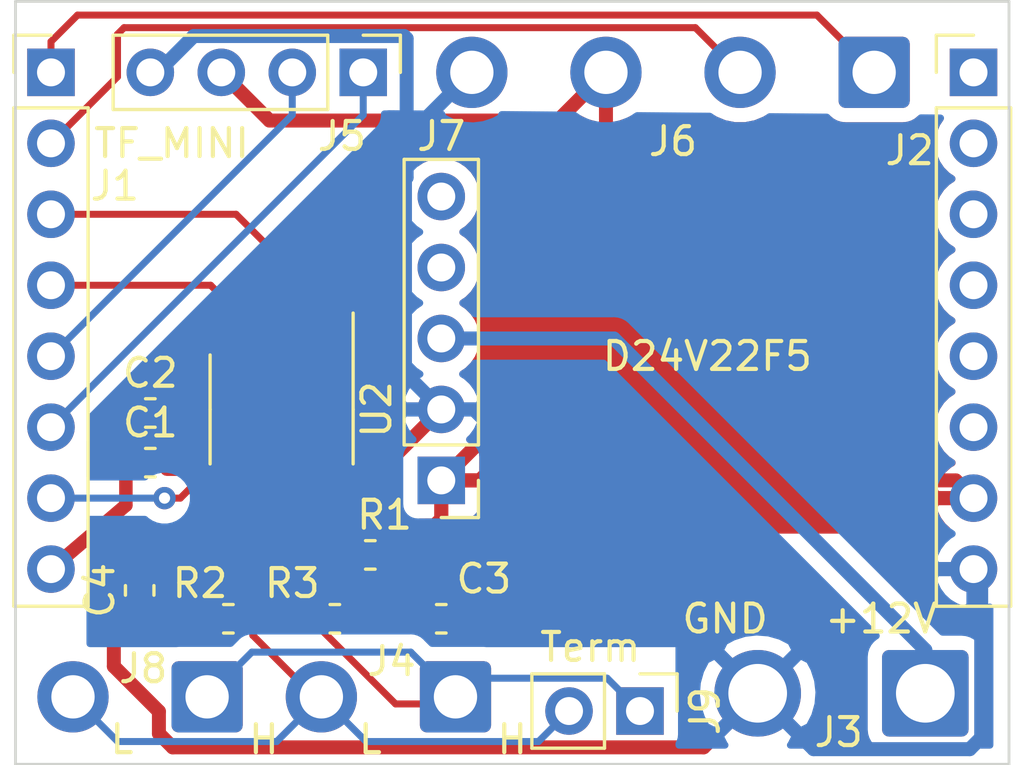
<source format=kicad_pcb>
(kicad_pcb (version 20171130) (host pcbnew "(5.1.6-0-10_14)")

  (general
    (thickness 1.6)
    (drawings 11)
    (tracks 112)
    (zones 0)
    (modules 17)
    (nets 25)
  )

  (page A4)
  (layers
    (0 F.Cu mixed)
    (31 B.Cu mixed)
    (32 B.Adhes user hide)
    (33 F.Adhes user hide)
    (34 B.Paste user)
    (35 F.Paste user)
    (36 B.SilkS user hide)
    (37 F.SilkS user)
    (38 B.Mask user)
    (39 F.Mask user)
    (40 Dwgs.User user)
    (41 Cmts.User user)
    (42 Eco1.User user hide)
    (43 Eco2.User user hide)
    (44 Edge.Cuts user)
    (45 Margin user)
    (46 B.CrtYd user)
    (47 F.CrtYd user)
    (48 B.Fab user)
    (49 F.Fab user hide)
  )

  (setup
    (last_trace_width 0.25)
    (trace_clearance 0.2)
    (zone_clearance 0.508)
    (zone_45_only no)
    (trace_min 0.2)
    (via_size 0.8)
    (via_drill 0.4)
    (via_min_size 0.4)
    (via_min_drill 0.3)
    (uvia_size 0.3)
    (uvia_drill 0.1)
    (uvias_allowed no)
    (uvia_min_size 0.2)
    (uvia_min_drill 0.1)
    (edge_width 0.05)
    (segment_width 0.2)
    (pcb_text_width 0.3)
    (pcb_text_size 1.5 1.5)
    (mod_edge_width 0.12)
    (mod_text_size 1 1)
    (mod_text_width 0.15)
    (pad_size 1.524 1.524)
    (pad_drill 0.762)
    (pad_to_mask_clearance 0.05)
    (aux_axis_origin 0 0)
    (visible_elements FFFFFF7F)
    (pcbplotparams
      (layerselection 0x011e8_ffffffff)
      (usegerberextensions false)
      (usegerberattributes true)
      (usegerberadvancedattributes true)
      (creategerberjobfile true)
      (excludeedgelayer true)
      (linewidth 0.100000)
      (plotframeref false)
      (viasonmask false)
      (mode 1)
      (useauxorigin false)
      (hpglpennumber 1)
      (hpglpenspeed 20)
      (hpglpendiameter 15.000000)
      (psnegative false)
      (psa4output false)
      (plotreference true)
      (plotvalue true)
      (plotinvisibletext false)
      (padsonsilk false)
      (subtractmaskfromsilk false)
      (outputformat 1)
      (mirror false)
      (drillshape 0)
      (scaleselection 1)
      (outputdirectory "/Users/todd/Documents/KiCAD/Projects/OpenMVExpansion/OpenMVExpansionBuild_REV_B/"))
  )

  (net 0 "")
  (net 1 "Net-(J1-Pad7)")
  (net 2 GND)
  (net 3 +5V)
  (net 4 "Net-(J2-Pad6)")
  (net 5 "Net-(J2-Pad5)")
  (net 6 "Net-(J2-Pad4)")
  (net 7 "Net-(J2-Pad3)")
  (net 8 "Net-(J2-Pad2)")
  (net 9 "Net-(J2-Pad1)")
  (net 10 "Net-(J4-Pad1)")
  (net 11 "Net-(J4-Pad2)")
  (net 12 "Net-(U2-Pad5)")
  (net 13 /VIN)
  (net 14 "Net-(J7-Pad4)")
  (net 15 "Net-(J7-Pad5)")
  (net 16 "Net-(C3-Pad1)")
  (net 17 "Net-(C4-Pad1)")
  (net 18 +3V3)
  (net 19 /UART_1_RX)
  (net 20 /UART_1_TX)
  (net 21 /CAN_TX)
  (net 22 /CAN_RX)
  (net 23 /UART_3_TX)
  (net 24 /UART_3_RX)

  (net_class Default "This is the default net class."
    (clearance 0.2)
    (trace_width 0.25)
    (via_dia 0.8)
    (via_drill 0.4)
    (uvia_dia 0.3)
    (uvia_drill 0.1)
    (add_net +3V3)
    (add_net /CAN_RX)
    (add_net /CAN_TX)
    (add_net /UART_1_RX)
    (add_net /UART_1_TX)
    (add_net /UART_3_RX)
    (add_net /UART_3_TX)
    (add_net "Net-(C3-Pad1)")
    (add_net "Net-(C4-Pad1)")
    (add_net "Net-(J1-Pad7)")
    (add_net "Net-(J2-Pad1)")
    (add_net "Net-(J2-Pad2)")
    (add_net "Net-(J2-Pad3)")
    (add_net "Net-(J2-Pad4)")
    (add_net "Net-(J2-Pad5)")
    (add_net "Net-(J2-Pad6)")
    (add_net "Net-(J4-Pad1)")
    (add_net "Net-(J4-Pad2)")
    (add_net "Net-(J7-Pad4)")
    (add_net "Net-(J7-Pad5)")
    (add_net "Net-(U2-Pad5)")
  )

  (net_class Power ""
    (clearance 0.2)
    (trace_width 0.499999)
    (via_dia 1.000001)
    (via_drill 0.4)
    (uvia_dia 0.3)
    (uvia_drill 0.1)
    (add_net +5V)
    (add_net /VIN)
    (add_net GND)
  )

  (module Connector_Wire:SolderWire-0.75sqmm_1x04_P4.8mm_D1.25mm_OD2.3mm (layer F.Cu) (tedit 5EB70B43) (tstamp 6005B46E)
    (at 156.464 27.94 180)
    (descr "Soldered wire connection, for 4 times 0.75 mm² wires, basic insulation, conductor diameter 1.25mm, outer diameter 2.3mm, size source Multi-Contact FLEXI-E 0.75 (https://ec.staubli.com/AcroFiles/Catalogues/TM_Cab-Main-11014119_(en)_hi.pdf), bend radius 3 times outer diameter, generated with kicad-footprint-generator")
    (tags "connector wire 0.75sqmm")
    (path /5FEC176F)
    (attr virtual)
    (fp_text reference J6 (at 7.2 -2.47) (layer F.SilkS)
      (effects (font (size 1 1) (thickness 0.15)))
    )
    (fp_text value PIXIE_LED (at 7.2 2.47) (layer F.Fab)
      (effects (font (size 1 1) (thickness 0.15)))
    )
    (fp_line (start 16.3 -1.78) (end 12.5 -1.78) (layer F.CrtYd) (width 0.05))
    (fp_line (start 16.3 1.78) (end 16.3 -1.78) (layer F.CrtYd) (width 0.05))
    (fp_line (start 12.5 1.78) (end 16.3 1.78) (layer F.CrtYd) (width 0.05))
    (fp_line (start 12.5 -1.78) (end 12.5 1.78) (layer F.CrtYd) (width 0.05))
    (fp_line (start 11.5 -1.78) (end 7.7 -1.78) (layer F.CrtYd) (width 0.05))
    (fp_line (start 11.5 1.78) (end 11.5 -1.78) (layer F.CrtYd) (width 0.05))
    (fp_line (start 7.7 1.78) (end 11.5 1.78) (layer F.CrtYd) (width 0.05))
    (fp_line (start 7.7 -1.78) (end 7.7 1.78) (layer F.CrtYd) (width 0.05))
    (fp_line (start 6.7 -1.78) (end 2.9 -1.78) (layer F.CrtYd) (width 0.05))
    (fp_line (start 6.7 1.78) (end 6.7 -1.78) (layer F.CrtYd) (width 0.05))
    (fp_line (start 2.9 1.78) (end 6.7 1.78) (layer F.CrtYd) (width 0.05))
    (fp_line (start 2.9 -1.78) (end 2.9 1.78) (layer F.CrtYd) (width 0.05))
    (fp_line (start 1.9 -1.78) (end -1.9 -1.78) (layer F.CrtYd) (width 0.05))
    (fp_line (start 1.9 1.78) (end 1.9 -1.78) (layer F.CrtYd) (width 0.05))
    (fp_line (start -1.9 1.78) (end 1.9 1.78) (layer F.CrtYd) (width 0.05))
    (fp_line (start -1.9 -1.78) (end -1.9 1.78) (layer F.CrtYd) (width 0.05))
    (fp_circle (center 14.4 0) (end 15.55 0) (layer F.Fab) (width 0.1))
    (fp_circle (center 9.6 0) (end 10.75 0) (layer F.Fab) (width 0.1))
    (fp_circle (center 4.8 0) (end 5.95 0) (layer F.Fab) (width 0.1))
    (fp_circle (center 0 0) (end 1.15 0) (layer F.Fab) (width 0.1))
    (fp_text user %R (at 7.2 0 90) (layer F.Fab)
      (effects (font (size 0.89 0.89) (thickness 0.13)))
    )
    (pad 4 thru_hole circle (at 14.4 0 180) (size 2.55 2.55) (drill 1.55) (layers *.Cu *.Mask)
      (net 2 GND))
    (pad 3 thru_hole circle (at 9.6 0 180) (size 2.55 2.55) (drill 1.55) (layers *.Cu *.Mask)
      (net 3 +5V))
    (pad 2 thru_hole circle (at 4.8 0 180) (size 2.55 2.55) (drill 1.55) (layers *.Cu *.Mask)
      (net 20 /UART_1_TX))
    (pad 1 thru_hole roundrect (at 0 0 180) (size 2.55 2.55) (drill 1.55) (layers *.Cu *.Mask) (roundrect_rratio 0.098039)
      (net 19 /UART_1_RX))
    (model ${KISYS3DMOD}/Connector_Wire.3dshapes/SolderWire-0.75sqmm_1x04_P4.8mm_D1.25mm_OD2.3mm.wrl
      (at (xyz 0 0 0))
      (scale (xyz 1 1 1))
      (rotate (xyz 0 0 0))
    )
  )

  (module Capacitor_SMD:C_0603_1608Metric_Pad1.05x0.95mm_HandSolder (layer F.Cu) (tedit 5B301BBE) (tstamp 5FFDD66B)
    (at 130.556 41.91)
    (descr "Capacitor SMD 0603 (1608 Metric), square (rectangular) end terminal, IPC_7351 nominal with elongated pad for handsoldering. (Body size source: http://www.tortai-tech.com/upload/download/2011102023233369053.pdf), generated with kicad-footprint-generator")
    (tags "capacitor handsolder")
    (path /5FFDBD26)
    (attr smd)
    (fp_text reference C1 (at 0 -1.43) (layer F.SilkS)
      (effects (font (size 1 1) (thickness 0.15)))
    )
    (fp_text value 0.1uf (at 0 1.43) (layer F.Fab)
      (effects (font (size 1 1) (thickness 0.15)))
    )
    (fp_line (start -0.8 0.4) (end -0.8 -0.4) (layer F.Fab) (width 0.1))
    (fp_line (start -0.8 -0.4) (end 0.8 -0.4) (layer F.Fab) (width 0.1))
    (fp_line (start 0.8 -0.4) (end 0.8 0.4) (layer F.Fab) (width 0.1))
    (fp_line (start 0.8 0.4) (end -0.8 0.4) (layer F.Fab) (width 0.1))
    (fp_line (start -0.171267 -0.51) (end 0.171267 -0.51) (layer F.SilkS) (width 0.12))
    (fp_line (start -0.171267 0.51) (end 0.171267 0.51) (layer F.SilkS) (width 0.12))
    (fp_line (start -1.65 0.73) (end -1.65 -0.73) (layer F.CrtYd) (width 0.05))
    (fp_line (start -1.65 -0.73) (end 1.65 -0.73) (layer F.CrtYd) (width 0.05))
    (fp_line (start 1.65 -0.73) (end 1.65 0.73) (layer F.CrtYd) (width 0.05))
    (fp_line (start 1.65 0.73) (end -1.65 0.73) (layer F.CrtYd) (width 0.05))
    (fp_text user %R (at 0 0) (layer F.Fab)
      (effects (font (size 0.4 0.4) (thickness 0.06)))
    )
    (pad 2 smd roundrect (at 0.875 0) (size 1.05 0.95) (layers F.Cu F.Paste F.Mask) (roundrect_rratio 0.25)
      (net 2 GND))
    (pad 1 smd roundrect (at -0.875 0) (size 1.05 0.95) (layers F.Cu F.Paste F.Mask) (roundrect_rratio 0.25)
      (net 18 +3V3))
    (model ${KISYS3DMOD}/Capacitor_SMD.3dshapes/C_0603_1608Metric.wrl
      (at (xyz 0 0 0))
      (scale (xyz 1 1 1))
      (rotate (xyz 0 0 0))
    )
  )

  (module Connector_Wire:SolderWire-0.75sqmm_1x02_P4.8mm_D1.25mm_OD2.3mm (layer F.Cu) (tedit 5EB70B43) (tstamp 5FEF7F7A)
    (at 132.588 50.292 180)
    (descr "Soldered wire connection, for 2 times 0.75 mm² wires, basic insulation, conductor diameter 1.25mm, outer diameter 2.3mm, size source Multi-Contact FLEXI-E 0.75 (https://ec.staubli.com/AcroFiles/Catalogues/TM_Cab-Main-11014119_(en)_hi.pdf), bend radius 3 times outer diameter, generated with kicad-footprint-generator")
    (tags "connector wire 0.75sqmm")
    (path /5FF0E354)
    (attr virtual)
    (fp_text reference J8 (at 2.286 1.016) (layer F.SilkS)
      (effects (font (size 1 1) (thickness 0.15)))
    )
    (fp_text value CAN2 (at 2.4 2.47) (layer F.Fab)
      (effects (font (size 1 1) (thickness 0.15)))
    )
    (fp_circle (center 0 0) (end 1.15 0) (layer F.Fab) (width 0.1))
    (fp_circle (center 4.8 0) (end 5.95 0) (layer F.Fab) (width 0.1))
    (fp_line (start -1.9 -1.78) (end -1.9 1.78) (layer F.CrtYd) (width 0.05))
    (fp_line (start -1.9 1.78) (end 1.9 1.78) (layer F.CrtYd) (width 0.05))
    (fp_line (start 1.9 1.78) (end 1.9 -1.78) (layer F.CrtYd) (width 0.05))
    (fp_line (start 1.9 -1.78) (end -1.9 -1.78) (layer F.CrtYd) (width 0.05))
    (fp_line (start 2.9 -1.78) (end 2.9 1.78) (layer F.CrtYd) (width 0.05))
    (fp_line (start 2.9 1.78) (end 6.7 1.78) (layer F.CrtYd) (width 0.05))
    (fp_line (start 6.7 1.78) (end 6.7 -1.78) (layer F.CrtYd) (width 0.05))
    (fp_line (start 6.7 -1.78) (end 2.9 -1.78) (layer F.CrtYd) (width 0.05))
    (fp_text user %R (at 2.4 0 90) (layer F.Fab)
      (effects (font (size 0.89 0.89) (thickness 0.13)))
    )
    (pad 2 thru_hole circle (at 4.8 0 180) (size 2.55 2.55) (drill 1.55) (layers *.Cu *.Mask)
      (net 11 "Net-(J4-Pad2)"))
    (pad 1 thru_hole roundrect (at 0 0 180) (size 2.55 2.55) (drill 1.55) (layers *.Cu *.Mask) (roundrect_rratio 0.098039)
      (net 10 "Net-(J4-Pad1)"))
    (model ${KISYS3DMOD}/Connector_Wire.3dshapes/SolderWire-0.75sqmm_1x02_P4.8mm_D1.25mm_OD2.3mm.wrl
      (at (xyz 0 0 0))
      (scale (xyz 1 1 1))
      (rotate (xyz 0 0 0))
    )
  )

  (module Connector_Wire:SolderWire-0.75sqmm_1x02_P4.8mm_D1.25mm_OD2.3mm (layer F.Cu) (tedit 5EB70B43) (tstamp 6005B0C4)
    (at 141.478 50.292 180)
    (descr "Soldered wire connection, for 2 times 0.75 mm² wires, basic insulation, conductor diameter 1.25mm, outer diameter 2.3mm, size source Multi-Contact FLEXI-E 0.75 (https://ec.staubli.com/AcroFiles/Catalogues/TM_Cab-Main-11014119_(en)_hi.pdf), bend radius 3 times outer diameter, generated with kicad-footprint-generator")
    (tags "connector wire 0.75sqmm")
    (path /5FEBFE14)
    (attr virtual)
    (fp_text reference J4 (at 2.286 1.27) (layer F.SilkS)
      (effects (font (size 1 1) (thickness 0.15)))
    )
    (fp_text value CAN (at 2.4 2.47) (layer F.Fab)
      (effects (font (size 1 1) (thickness 0.15)))
    )
    (fp_circle (center 0 0) (end 1.15 0) (layer F.Fab) (width 0.1))
    (fp_circle (center 4.8 0) (end 5.95 0) (layer F.Fab) (width 0.1))
    (fp_line (start -1.9 -1.78) (end -1.9 1.78) (layer F.CrtYd) (width 0.05))
    (fp_line (start -1.9 1.78) (end 1.9 1.78) (layer F.CrtYd) (width 0.05))
    (fp_line (start 1.9 1.78) (end 1.9 -1.78) (layer F.CrtYd) (width 0.05))
    (fp_line (start 1.9 -1.78) (end -1.9 -1.78) (layer F.CrtYd) (width 0.05))
    (fp_line (start 2.9 -1.78) (end 2.9 1.78) (layer F.CrtYd) (width 0.05))
    (fp_line (start 2.9 1.78) (end 6.7 1.78) (layer F.CrtYd) (width 0.05))
    (fp_line (start 6.7 1.78) (end 6.7 -1.78) (layer F.CrtYd) (width 0.05))
    (fp_line (start 6.7 -1.78) (end 2.9 -1.78) (layer F.CrtYd) (width 0.05))
    (fp_text user %R (at 2.4 0 90) (layer F.Fab)
      (effects (font (size 0.89 0.89) (thickness 0.13)))
    )
    (pad 2 thru_hole circle (at 4.8 0 180) (size 2.55 2.55) (drill 1.55) (layers *.Cu *.Mask)
      (net 11 "Net-(J4-Pad2)"))
    (pad 1 thru_hole roundrect (at 0 0 180) (size 2.55 2.55) (drill 1.55) (layers *.Cu *.Mask) (roundrect_rratio 0.098039)
      (net 10 "Net-(J4-Pad1)"))
    (model ${KISYS3DMOD}/Connector_Wire.3dshapes/SolderWire-0.75sqmm_1x02_P4.8mm_D1.25mm_OD2.3mm.wrl
      (at (xyz 0 0 0))
      (scale (xyz 1 1 1))
      (rotate (xyz 0 0 0))
    )
  )

  (module Resistor_SMD:R_0603_1608Metric_Pad1.05x0.95mm_HandSolder (layer F.Cu) (tedit 5B301BBD) (tstamp 5FFDD375)
    (at 137.16 47.498)
    (descr "Resistor SMD 0603 (1608 Metric), square (rectangular) end terminal, IPC_7351 nominal with elongated pad for handsoldering. (Body size source: http://www.tortai-tech.com/upload/download/2011102023233369053.pdf), generated with kicad-footprint-generator")
    (tags "resistor handsolder")
    (path /5FFE57D8)
    (attr smd)
    (fp_text reference R3 (at -1.524 -1.27) (layer F.SilkS)
      (effects (font (size 1 1) (thickness 0.15)))
    )
    (fp_text value 100 (at 0 1.43) (layer F.Fab)
      (effects (font (size 1 1) (thickness 0.15)))
    )
    (fp_line (start -0.8 0.4) (end -0.8 -0.4) (layer F.Fab) (width 0.1))
    (fp_line (start -0.8 -0.4) (end 0.8 -0.4) (layer F.Fab) (width 0.1))
    (fp_line (start 0.8 -0.4) (end 0.8 0.4) (layer F.Fab) (width 0.1))
    (fp_line (start 0.8 0.4) (end -0.8 0.4) (layer F.Fab) (width 0.1))
    (fp_line (start -0.171267 -0.51) (end 0.171267 -0.51) (layer F.SilkS) (width 0.12))
    (fp_line (start -0.171267 0.51) (end 0.171267 0.51) (layer F.SilkS) (width 0.12))
    (fp_line (start -1.65 0.73) (end -1.65 -0.73) (layer F.CrtYd) (width 0.05))
    (fp_line (start -1.65 -0.73) (end 1.65 -0.73) (layer F.CrtYd) (width 0.05))
    (fp_line (start 1.65 -0.73) (end 1.65 0.73) (layer F.CrtYd) (width 0.05))
    (fp_line (start 1.65 0.73) (end -1.65 0.73) (layer F.CrtYd) (width 0.05))
    (fp_text user %R (at 0 0) (layer F.Fab)
      (effects (font (size 0.4 0.4) (thickness 0.06)))
    )
    (pad 2 smd roundrect (at 0.875 0) (size 1.05 0.95) (layers F.Cu F.Paste F.Mask) (roundrect_rratio 0.25)
      (net 16 "Net-(C3-Pad1)"))
    (pad 1 smd roundrect (at -0.875 0) (size 1.05 0.95) (layers F.Cu F.Paste F.Mask) (roundrect_rratio 0.25)
      (net 10 "Net-(J4-Pad1)"))
    (model ${KISYS3DMOD}/Resistor_SMD.3dshapes/R_0603_1608Metric.wrl
      (at (xyz 0 0 0))
      (scale (xyz 1 1 1))
      (rotate (xyz 0 0 0))
    )
  )

  (module Resistor_SMD:R_0603_1608Metric_Pad1.05x0.95mm_HandSolder (layer F.Cu) (tedit 5B301BBD) (tstamp 5FFDD364)
    (at 133.35 47.498 180)
    (descr "Resistor SMD 0603 (1608 Metric), square (rectangular) end terminal, IPC_7351 nominal with elongated pad for handsoldering. (Body size source: http://www.tortai-tech.com/upload/download/2011102023233369053.pdf), generated with kicad-footprint-generator")
    (tags "resistor handsolder")
    (path /5FFE4673)
    (attr smd)
    (fp_text reference R2 (at 1.016 1.27) (layer F.SilkS)
      (effects (font (size 1 1) (thickness 0.15)))
    )
    (fp_text value 100 (at 0 1.43) (layer F.Fab)
      (effects (font (size 1 1) (thickness 0.15)))
    )
    (fp_line (start -0.8 0.4) (end -0.8 -0.4) (layer F.Fab) (width 0.1))
    (fp_line (start -0.8 -0.4) (end 0.8 -0.4) (layer F.Fab) (width 0.1))
    (fp_line (start 0.8 -0.4) (end 0.8 0.4) (layer F.Fab) (width 0.1))
    (fp_line (start 0.8 0.4) (end -0.8 0.4) (layer F.Fab) (width 0.1))
    (fp_line (start -0.171267 -0.51) (end 0.171267 -0.51) (layer F.SilkS) (width 0.12))
    (fp_line (start -0.171267 0.51) (end 0.171267 0.51) (layer F.SilkS) (width 0.12))
    (fp_line (start -1.65 0.73) (end -1.65 -0.73) (layer F.CrtYd) (width 0.05))
    (fp_line (start -1.65 -0.73) (end 1.65 -0.73) (layer F.CrtYd) (width 0.05))
    (fp_line (start 1.65 -0.73) (end 1.65 0.73) (layer F.CrtYd) (width 0.05))
    (fp_line (start 1.65 0.73) (end -1.65 0.73) (layer F.CrtYd) (width 0.05))
    (fp_text user %R (at 0 0) (layer F.Fab)
      (effects (font (size 0.4 0.4) (thickness 0.06)))
    )
    (pad 2 smd roundrect (at 0.875 0 180) (size 1.05 0.95) (layers F.Cu F.Paste F.Mask) (roundrect_rratio 0.25)
      (net 17 "Net-(C4-Pad1)"))
    (pad 1 smd roundrect (at -0.875 0 180) (size 1.05 0.95) (layers F.Cu F.Paste F.Mask) (roundrect_rratio 0.25)
      (net 11 "Net-(J4-Pad2)"))
    (model ${KISYS3DMOD}/Resistor_SMD.3dshapes/R_0603_1608Metric.wrl
      (at (xyz 0 0 0))
      (scale (xyz 1 1 1))
      (rotate (xyz 0 0 0))
    )
  )

  (module Resistor_SMD:R_0603_1608Metric_Pad1.05x0.95mm_HandSolder (layer F.Cu) (tedit 5B301BBD) (tstamp 5FFFD2B9)
    (at 138.43 45.212)
    (descr "Resistor SMD 0603 (1608 Metric), square (rectangular) end terminal, IPC_7351 nominal with elongated pad for handsoldering. (Body size source: http://www.tortai-tech.com/upload/download/2011102023233369053.pdf), generated with kicad-footprint-generator")
    (tags "resistor handsolder")
    (path /5FFE4EA7)
    (attr smd)
    (fp_text reference R1 (at 0.508 -1.43) (layer F.SilkS)
      (effects (font (size 1 1) (thickness 0.15)))
    )
    (fp_text value 10K (at 0 1.43) (layer F.Fab)
      (effects (font (size 1 1) (thickness 0.15)))
    )
    (fp_line (start -0.8 0.4) (end -0.8 -0.4) (layer F.Fab) (width 0.1))
    (fp_line (start -0.8 -0.4) (end 0.8 -0.4) (layer F.Fab) (width 0.1))
    (fp_line (start 0.8 -0.4) (end 0.8 0.4) (layer F.Fab) (width 0.1))
    (fp_line (start 0.8 0.4) (end -0.8 0.4) (layer F.Fab) (width 0.1))
    (fp_line (start -0.171267 -0.51) (end 0.171267 -0.51) (layer F.SilkS) (width 0.12))
    (fp_line (start -0.171267 0.51) (end 0.171267 0.51) (layer F.SilkS) (width 0.12))
    (fp_line (start -1.65 0.73) (end -1.65 -0.73) (layer F.CrtYd) (width 0.05))
    (fp_line (start -1.65 -0.73) (end 1.65 -0.73) (layer F.CrtYd) (width 0.05))
    (fp_line (start 1.65 -0.73) (end 1.65 0.73) (layer F.CrtYd) (width 0.05))
    (fp_line (start 1.65 0.73) (end -1.65 0.73) (layer F.CrtYd) (width 0.05))
    (fp_text user %R (at 0 0) (layer F.Fab)
      (effects (font (size 0.4 0.4) (thickness 0.06)))
    )
    (pad 2 smd roundrect (at 0.875 0) (size 1.05 0.95) (layers F.Cu F.Paste F.Mask) (roundrect_rratio 0.25)
      (net 2 GND))
    (pad 1 smd roundrect (at -0.875 0) (size 1.05 0.95) (layers F.Cu F.Paste F.Mask) (roundrect_rratio 0.25)
      (net 1 "Net-(J1-Pad7)"))
    (model ${KISYS3DMOD}/Resistor_SMD.3dshapes/R_0603_1608Metric.wrl
      (at (xyz 0 0 0))
      (scale (xyz 1 1 1))
      (rotate (xyz 0 0 0))
    )
  )

  (module Connector_Wire:SolderWire-1.5sqmm_1x02_P6mm_D1.7mm_OD3mm (layer F.Cu) (tedit 5EB70B43) (tstamp 5FFDD6F9)
    (at 158.295 50.165 180)
    (descr "Soldered wire connection, for 2 times 1.5 mm² wires, basic insulation, conductor diameter 1.7mm, outer diameter 3mm, size source Multi-Contact FLEXI-E 1.5 (https://ec.staubli.com/AcroFiles/Catalogues/TM_Cab-Main-11014119_(en)_hi.pdf), bend radius 3 times outer diameter, generated with kicad-footprint-generator")
    (tags "connector wire 1.5sqmm")
    (path /5FFDF748)
    (attr virtual)
    (fp_text reference J3 (at 3.101 -1.397) (layer F.SilkS)
      (effects (font (size 1 1) (thickness 0.15)))
    )
    (fp_text value "Power In" (at 3 2.75) (layer F.Fab)
      (effects (font (size 1 1) (thickness 0.15)))
    )
    (fp_circle (center 0 0) (end 1.5 0) (layer F.Fab) (width 0.1))
    (fp_circle (center 6 0) (end 7.5 0) (layer F.Fab) (width 0.1))
    (fp_line (start -2.25 -2.05) (end -2.25 2.05) (layer F.CrtYd) (width 0.05))
    (fp_line (start -2.25 2.05) (end 2.25 2.05) (layer F.CrtYd) (width 0.05))
    (fp_line (start 2.25 2.05) (end 2.25 -2.05) (layer F.CrtYd) (width 0.05))
    (fp_line (start 2.25 -2.05) (end -2.25 -2.05) (layer F.CrtYd) (width 0.05))
    (fp_line (start 3.75 -2.05) (end 3.75 2.05) (layer F.CrtYd) (width 0.05))
    (fp_line (start 3.75 2.05) (end 8.25 2.05) (layer F.CrtYd) (width 0.05))
    (fp_line (start 8.25 2.05) (end 8.25 -2.05) (layer F.CrtYd) (width 0.05))
    (fp_line (start 8.25 -2.05) (end 3.75 -2.05) (layer F.CrtYd) (width 0.05))
    (fp_text user %R (at 3 0 90) (layer F.Fab)
      (effects (font (size 1 1) (thickness 0.15)))
    )
    (pad 2 thru_hole circle (at 6 0 180) (size 3.1 3.1) (drill 2.1) (layers *.Cu *.Mask)
      (net 2 GND))
    (pad 1 thru_hole roundrect (at 0 0 180) (size 3.1 3.1) (drill 2.1) (layers *.Cu *.Mask) (roundrect_rratio 0.08064499999999999)
      (net 13 /VIN))
    (model ${KISYS3DMOD}/Connector_Wire.3dshapes/SolderWire-1.5sqmm_1x02_P6mm_D1.7mm_OD3mm.wrl
      (at (xyz 0 0 0))
      (scale (xyz 1 1 1))
      (rotate (xyz 0 0 0))
    )
  )

  (module Capacitor_SMD:C_0603_1608Metric_Pad1.05x0.95mm_HandSolder (layer F.Cu) (tedit 5B301BBE) (tstamp 5FFFD7A9)
    (at 130.175 46.482 90)
    (descr "Capacitor SMD 0603 (1608 Metric), square (rectangular) end terminal, IPC_7351 nominal with elongated pad for handsoldering. (Body size source: http://www.tortai-tech.com/upload/download/2011102023233369053.pdf), generated with kicad-footprint-generator")
    (tags "capacitor handsolder")
    (path /5FFDE5B6)
    (attr smd)
    (fp_text reference C4 (at 0 -1.43 90) (layer F.SilkS)
      (effects (font (size 1 1) (thickness 0.15)))
    )
    (fp_text value 560pf (at 0 1.43 90) (layer F.Fab)
      (effects (font (size 1 1) (thickness 0.15)))
    )
    (fp_line (start -0.8 0.4) (end -0.8 -0.4) (layer F.Fab) (width 0.1))
    (fp_line (start -0.8 -0.4) (end 0.8 -0.4) (layer F.Fab) (width 0.1))
    (fp_line (start 0.8 -0.4) (end 0.8 0.4) (layer F.Fab) (width 0.1))
    (fp_line (start 0.8 0.4) (end -0.8 0.4) (layer F.Fab) (width 0.1))
    (fp_line (start -0.171267 -0.51) (end 0.171267 -0.51) (layer F.SilkS) (width 0.12))
    (fp_line (start -0.171267 0.51) (end 0.171267 0.51) (layer F.SilkS) (width 0.12))
    (fp_line (start -1.65 0.73) (end -1.65 -0.73) (layer F.CrtYd) (width 0.05))
    (fp_line (start -1.65 -0.73) (end 1.65 -0.73) (layer F.CrtYd) (width 0.05))
    (fp_line (start 1.65 -0.73) (end 1.65 0.73) (layer F.CrtYd) (width 0.05))
    (fp_line (start 1.65 0.73) (end -1.65 0.73) (layer F.CrtYd) (width 0.05))
    (fp_text user %R (at 0 0 90) (layer F.Fab)
      (effects (font (size 0.4 0.4) (thickness 0.06)))
    )
    (pad 2 smd roundrect (at 0.875 0 90) (size 1.05 0.95) (layers F.Cu F.Paste F.Mask) (roundrect_rratio 0.25)
      (net 2 GND))
    (pad 1 smd roundrect (at -0.875 0 90) (size 1.05 0.95) (layers F.Cu F.Paste F.Mask) (roundrect_rratio 0.25)
      (net 17 "Net-(C4-Pad1)"))
    (model ${KISYS3DMOD}/Capacitor_SMD.3dshapes/C_0603_1608Metric.wrl
      (at (xyz 0 0 0))
      (scale (xyz 1 1 1))
      (rotate (xyz 0 0 0))
    )
  )

  (module Capacitor_SMD:C_0603_1608Metric_Pad1.05x0.95mm_HandSolder (layer F.Cu) (tedit 5B301BBE) (tstamp 5FFDD1AC)
    (at 140.97 47.498)
    (descr "Capacitor SMD 0603 (1608 Metric), square (rectangular) end terminal, IPC_7351 nominal with elongated pad for handsoldering. (Body size source: http://www.tortai-tech.com/upload/download/2011102023233369053.pdf), generated with kicad-footprint-generator")
    (tags "capacitor handsolder")
    (path /5FFDF1DD)
    (attr smd)
    (fp_text reference C3 (at 1.524 -1.43) (layer F.SilkS)
      (effects (font (size 1 1) (thickness 0.15)))
    )
    (fp_text value 560pf (at 0 1.43) (layer F.Fab)
      (effects (font (size 1 1) (thickness 0.15)))
    )
    (fp_line (start -0.8 0.4) (end -0.8 -0.4) (layer F.Fab) (width 0.1))
    (fp_line (start -0.8 -0.4) (end 0.8 -0.4) (layer F.Fab) (width 0.1))
    (fp_line (start 0.8 -0.4) (end 0.8 0.4) (layer F.Fab) (width 0.1))
    (fp_line (start 0.8 0.4) (end -0.8 0.4) (layer F.Fab) (width 0.1))
    (fp_line (start -0.171267 -0.51) (end 0.171267 -0.51) (layer F.SilkS) (width 0.12))
    (fp_line (start -0.171267 0.51) (end 0.171267 0.51) (layer F.SilkS) (width 0.12))
    (fp_line (start -1.65 0.73) (end -1.65 -0.73) (layer F.CrtYd) (width 0.05))
    (fp_line (start -1.65 -0.73) (end 1.65 -0.73) (layer F.CrtYd) (width 0.05))
    (fp_line (start 1.65 -0.73) (end 1.65 0.73) (layer F.CrtYd) (width 0.05))
    (fp_line (start 1.65 0.73) (end -1.65 0.73) (layer F.CrtYd) (width 0.05))
    (fp_text user %R (at 0 0) (layer F.Fab)
      (effects (font (size 0.4 0.4) (thickness 0.06)))
    )
    (pad 2 smd roundrect (at 0.875 0) (size 1.05 0.95) (layers F.Cu F.Paste F.Mask) (roundrect_rratio 0.25)
      (net 2 GND))
    (pad 1 smd roundrect (at -0.875 0) (size 1.05 0.95) (layers F.Cu F.Paste F.Mask) (roundrect_rratio 0.25)
      (net 16 "Net-(C3-Pad1)"))
    (model ${KISYS3DMOD}/Capacitor_SMD.3dshapes/C_0603_1608Metric.wrl
      (at (xyz 0 0 0))
      (scale (xyz 1 1 1))
      (rotate (xyz 0 0 0))
    )
  )

  (module Capacitor_SMD:C_0603_1608Metric_Pad1.05x0.95mm_HandSolder (layer F.Cu) (tedit 5B301BBE) (tstamp 5FFDD67C)
    (at 130.556 40.132)
    (descr "Capacitor SMD 0603 (1608 Metric), square (rectangular) end terminal, IPC_7351 nominal with elongated pad for handsoldering. (Body size source: http://www.tortai-tech.com/upload/download/2011102023233369053.pdf), generated with kicad-footprint-generator")
    (tags "capacitor handsolder")
    (path /5FFEAA6E)
    (attr smd)
    (fp_text reference C2 (at 0 -1.43) (layer F.SilkS)
      (effects (font (size 1 1) (thickness 0.15)))
    )
    (fp_text value 1uF (at 0 1.43) (layer F.Fab)
      (effects (font (size 1 1) (thickness 0.15)))
    )
    (fp_line (start -0.8 0.4) (end -0.8 -0.4) (layer F.Fab) (width 0.1))
    (fp_line (start -0.8 -0.4) (end 0.8 -0.4) (layer F.Fab) (width 0.1))
    (fp_line (start 0.8 -0.4) (end 0.8 0.4) (layer F.Fab) (width 0.1))
    (fp_line (start 0.8 0.4) (end -0.8 0.4) (layer F.Fab) (width 0.1))
    (fp_line (start -0.171267 -0.51) (end 0.171267 -0.51) (layer F.SilkS) (width 0.12))
    (fp_line (start -0.171267 0.51) (end 0.171267 0.51) (layer F.SilkS) (width 0.12))
    (fp_line (start -1.65 0.73) (end -1.65 -0.73) (layer F.CrtYd) (width 0.05))
    (fp_line (start -1.65 -0.73) (end 1.65 -0.73) (layer F.CrtYd) (width 0.05))
    (fp_line (start 1.65 -0.73) (end 1.65 0.73) (layer F.CrtYd) (width 0.05))
    (fp_line (start 1.65 0.73) (end -1.65 0.73) (layer F.CrtYd) (width 0.05))
    (fp_text user %R (at 0 0) (layer F.Fab)
      (effects (font (size 0.4 0.4) (thickness 0.06)))
    )
    (pad 2 smd roundrect (at 0.875 0) (size 1.05 0.95) (layers F.Cu F.Paste F.Mask) (roundrect_rratio 0.25)
      (net 2 GND))
    (pad 1 smd roundrect (at -0.875 0) (size 1.05 0.95) (layers F.Cu F.Paste F.Mask) (roundrect_rratio 0.25)
      (net 18 +3V3))
    (model ${KISYS3DMOD}/Capacitor_SMD.3dshapes/C_0603_1608Metric.wrl
      (at (xyz 0 0 0))
      (scale (xyz 1 1 1))
      (rotate (xyz 0 0 0))
    )
  )

  (module Connector_PinHeader_2.54mm:PinHeader_1x02_P2.54mm_Vertical (layer F.Cu) (tedit 59FED5CC) (tstamp 5FEFA199)
    (at 148.082 50.8 270)
    (descr "Through hole straight pin header, 1x02, 2.54mm pitch, single row")
    (tags "Through hole pin header THT 1x02 2.54mm single row")
    (path /5FF427F0)
    (fp_text reference J9 (at 0 -2.33 90) (layer F.SilkS)
      (effects (font (size 1 1) (thickness 0.15)))
    )
    (fp_text value Term (at 0 4.87 90) (layer F.Fab)
      (effects (font (size 1 1) (thickness 0.15)))
    )
    (fp_line (start -0.635 -1.27) (end 1.27 -1.27) (layer F.Fab) (width 0.1))
    (fp_line (start 1.27 -1.27) (end 1.27 3.81) (layer F.Fab) (width 0.1))
    (fp_line (start 1.27 3.81) (end -1.27 3.81) (layer F.Fab) (width 0.1))
    (fp_line (start -1.27 3.81) (end -1.27 -0.635) (layer F.Fab) (width 0.1))
    (fp_line (start -1.27 -0.635) (end -0.635 -1.27) (layer F.Fab) (width 0.1))
    (fp_line (start -1.33 3.87) (end 1.33 3.87) (layer F.SilkS) (width 0.12))
    (fp_line (start -1.33 1.27) (end -1.33 3.87) (layer F.SilkS) (width 0.12))
    (fp_line (start 1.33 1.27) (end 1.33 3.87) (layer F.SilkS) (width 0.12))
    (fp_line (start -1.33 1.27) (end 1.33 1.27) (layer F.SilkS) (width 0.12))
    (fp_line (start -1.33 0) (end -1.33 -1.33) (layer F.SilkS) (width 0.12))
    (fp_line (start -1.33 -1.33) (end 0 -1.33) (layer F.SilkS) (width 0.12))
    (fp_line (start -1.8 -1.8) (end -1.8 4.35) (layer F.CrtYd) (width 0.05))
    (fp_line (start -1.8 4.35) (end 1.8 4.35) (layer F.CrtYd) (width 0.05))
    (fp_line (start 1.8 4.35) (end 1.8 -1.8) (layer F.CrtYd) (width 0.05))
    (fp_line (start 1.8 -1.8) (end -1.8 -1.8) (layer F.CrtYd) (width 0.05))
    (fp_text user %R (at 0 1.27) (layer F.Fab)
      (effects (font (size 1 1) (thickness 0.15)))
    )
    (pad 2 thru_hole oval (at 0 2.54 270) (size 1.7 1.7) (drill 1) (layers *.Cu *.Mask)
      (net 11 "Net-(J4-Pad2)"))
    (pad 1 thru_hole rect (at 0 0 270) (size 1.7 1.7) (drill 1) (layers *.Cu *.Mask)
      (net 10 "Net-(J4-Pad1)"))
    (model ${KISYS3DMOD}/Connector_PinHeader_2.54mm.3dshapes/PinHeader_1x02_P2.54mm_Vertical.wrl
      (at (xyz 0 0 0))
      (scale (xyz 1 1 1))
      (rotate (xyz 0 0 0))
    )
  )

  (module Connector_PinHeader_2.54mm:PinHeader_1x08_P2.54mm_Vertical (layer F.Cu) (tedit 59FED5CC) (tstamp 5FED5E3B)
    (at 127 27.94)
    (descr "Through hole straight pin header, 1x08, 2.54mm pitch, single row")
    (tags "Through hole pin header THT 1x08 2.54mm single row")
    (path /5FEBB7F7)
    (fp_text reference J1 (at 2.286 4.064) (layer F.SilkS)
      (effects (font (size 1 1) (thickness 0.15)))
    )
    (fp_text value OpenMV_L (at 2.54 20.32) (layer F.Fab)
      (effects (font (size 1 1) (thickness 0.15)))
    )
    (fp_line (start -0.635 -1.27) (end 1.27 -1.27) (layer F.Fab) (width 0.1))
    (fp_line (start 1.27 -1.27) (end 1.27 19.05) (layer F.Fab) (width 0.1))
    (fp_line (start 1.27 19.05) (end -1.27 19.05) (layer F.Fab) (width 0.1))
    (fp_line (start -1.27 19.05) (end -1.27 -0.635) (layer F.Fab) (width 0.1))
    (fp_line (start -1.27 -0.635) (end -0.635 -1.27) (layer F.Fab) (width 0.1))
    (fp_line (start -1.33 19.11) (end 1.33 19.11) (layer F.SilkS) (width 0.12))
    (fp_line (start -1.33 1.27) (end -1.33 19.11) (layer F.SilkS) (width 0.12))
    (fp_line (start 1.33 1.27) (end 1.33 19.11) (layer F.SilkS) (width 0.12))
    (fp_line (start -1.33 1.27) (end 1.33 1.27) (layer F.SilkS) (width 0.12))
    (fp_line (start -1.33 0) (end -1.33 -1.33) (layer F.SilkS) (width 0.12))
    (fp_line (start -1.33 -1.33) (end 0 -1.33) (layer F.SilkS) (width 0.12))
    (fp_line (start -1.8 -1.8) (end -1.8 19.55) (layer F.CrtYd) (width 0.05))
    (fp_line (start -1.8 19.55) (end 1.8 19.55) (layer F.CrtYd) (width 0.05))
    (fp_line (start 1.8 19.55) (end 1.8 -1.8) (layer F.CrtYd) (width 0.05))
    (fp_line (start 1.8 -1.8) (end -1.8 -1.8) (layer F.CrtYd) (width 0.05))
    (fp_text user %R (at 0 8.89 90) (layer F.Fab)
      (effects (font (size 1 1) (thickness 0.15)))
    )
    (pad 1 thru_hole rect (at 0 0) (size 1.7 1.7) (drill 1) (layers *.Cu *.Mask)
      (net 19 /UART_1_RX))
    (pad 2 thru_hole oval (at 0 2.54) (size 1.7 1.7) (drill 1) (layers *.Cu *.Mask)
      (net 20 /UART_1_TX))
    (pad 3 thru_hole oval (at 0 5.08) (size 1.7 1.7) (drill 1) (layers *.Cu *.Mask)
      (net 21 /CAN_TX))
    (pad 4 thru_hole oval (at 0 7.62) (size 1.7 1.7) (drill 1) (layers *.Cu *.Mask)
      (net 22 /CAN_RX))
    (pad 5 thru_hole oval (at 0 10.16) (size 1.7 1.7) (drill 1) (layers *.Cu *.Mask)
      (net 23 /UART_3_TX))
    (pad 6 thru_hole oval (at 0 12.7) (size 1.7 1.7) (drill 1) (layers *.Cu *.Mask)
      (net 24 /UART_3_RX))
    (pad 7 thru_hole oval (at 0 15.24) (size 1.7 1.7) (drill 1) (layers *.Cu *.Mask)
      (net 1 "Net-(J1-Pad7)"))
    (pad 8 thru_hole oval (at 0 17.78) (size 1.7 1.7) (drill 1) (layers *.Cu *.Mask)
      (net 18 +3V3))
    (model ${KISYS3DMOD}/Connector_PinHeader_2.54mm.3dshapes/PinHeader_1x08_P2.54mm_Vertical.wrl
      (at (xyz 0 0 0))
      (scale (xyz 1 1 1))
      (rotate (xyz 0 0 0))
    )
  )

  (module Package_SO:SOIC-8_3.9x4.9mm_P1.27mm (layer F.Cu) (tedit 5D9F72B1) (tstamp 5FEF7E7E)
    (at 135.255 40.005 270)
    (descr "SOIC, 8 Pin (JEDEC MS-012AA, https://www.analog.com/media/en/package-pcb-resources/package/pkg_pdf/soic_narrow-r/r_8.pdf), generated with kicad-footprint-generator ipc_gullwing_generator.py")
    (tags "SOIC SO")
    (path /5FEBAA54)
    (attr smd)
    (fp_text reference U2 (at 0 -3.4 90) (layer F.SilkS)
      (effects (font (size 1 1) (thickness 0.15)))
    )
    (fp_text value SN65HVD230 (at -1.27 3.4 90) (layer F.Fab)
      (effects (font (size 1 1) (thickness 0.15)))
    )
    (fp_line (start 0 2.56) (end 1.95 2.56) (layer F.SilkS) (width 0.12))
    (fp_line (start 0 2.56) (end -1.95 2.56) (layer F.SilkS) (width 0.12))
    (fp_line (start 0 -2.56) (end 1.95 -2.56) (layer F.SilkS) (width 0.12))
    (fp_line (start 0 -2.56) (end -3.45 -2.56) (layer F.SilkS) (width 0.12))
    (fp_line (start -0.975 -2.45) (end 1.95 -2.45) (layer F.Fab) (width 0.1))
    (fp_line (start 1.95 -2.45) (end 1.95 2.45) (layer F.Fab) (width 0.1))
    (fp_line (start 1.95 2.45) (end -1.95 2.45) (layer F.Fab) (width 0.1))
    (fp_line (start -1.95 2.45) (end -1.95 -1.475) (layer F.Fab) (width 0.1))
    (fp_line (start -1.95 -1.475) (end -0.975 -2.45) (layer F.Fab) (width 0.1))
    (fp_line (start -3.7 -2.7) (end -3.7 2.7) (layer F.CrtYd) (width 0.05))
    (fp_line (start -3.7 2.7) (end 3.7 2.7) (layer F.CrtYd) (width 0.05))
    (fp_line (start 3.7 2.7) (end 3.7 -2.7) (layer F.CrtYd) (width 0.05))
    (fp_line (start 3.7 -2.7) (end -3.7 -2.7) (layer F.CrtYd) (width 0.05))
    (fp_text user %R (at 0 0 90) (layer F.Fab)
      (effects (font (size 0.98 0.98) (thickness 0.15)))
    )
    (pad 1 smd roundrect (at -2.475 -1.905 270) (size 1.95 0.6) (layers F.Cu F.Paste F.Mask) (roundrect_rratio 0.25)
      (net 21 /CAN_TX))
    (pad 2 smd roundrect (at -2.475 -0.635 270) (size 1.95 0.6) (layers F.Cu F.Paste F.Mask) (roundrect_rratio 0.25)
      (net 2 GND))
    (pad 3 smd roundrect (at -2.475 0.635 270) (size 1.95 0.6) (layers F.Cu F.Paste F.Mask) (roundrect_rratio 0.25)
      (net 18 +3V3))
    (pad 4 smd roundrect (at -2.475 1.905 270) (size 1.95 0.6) (layers F.Cu F.Paste F.Mask) (roundrect_rratio 0.25)
      (net 22 /CAN_RX))
    (pad 5 smd roundrect (at 2.475 1.905 270) (size 1.95 0.6) (layers F.Cu F.Paste F.Mask) (roundrect_rratio 0.25)
      (net 12 "Net-(U2-Pad5)"))
    (pad 6 smd roundrect (at 2.475 0.635 270) (size 1.95 0.6) (layers F.Cu F.Paste F.Mask) (roundrect_rratio 0.25)
      (net 11 "Net-(J4-Pad2)"))
    (pad 7 smd roundrect (at 2.475 -0.635 270) (size 1.95 0.6) (layers F.Cu F.Paste F.Mask) (roundrect_rratio 0.25)
      (net 10 "Net-(J4-Pad1)"))
    (pad 8 smd roundrect (at 2.475 -1.905 270) (size 1.95 0.6) (layers F.Cu F.Paste F.Mask) (roundrect_rratio 0.25)
      (net 1 "Net-(J1-Pad7)"))
    (model ${KISYS3DMOD}/Package_SO.3dshapes/SOIC-8_3.9x4.9mm_P1.27mm.wrl
      (at (xyz 0 0 0))
      (scale (xyz 1 1 1))
      (rotate (xyz 0 0 0))
    )
  )

  (module Connector_PinHeader_2.54mm:PinHeader_1x05_P2.54mm_Vertical (layer F.Cu) (tedit 59FED5CC) (tstamp 5FEF75DF)
    (at 140.97 42.545 180)
    (descr "Through hole straight pin header, 1x05, 2.54mm pitch, single row")
    (tags "Through hole pin header THT 1x05 2.54mm single row")
    (path /5FEF89D7)
    (fp_text reference J7 (at 0 12.319) (layer F.SilkS)
      (effects (font (size 1 1) (thickness 0.15)))
    )
    (fp_text value D24V22F5 (at -9.525 4.445) (layer F.SilkS)
      (effects (font (size 1 1) (thickness 0.15)))
    )
    (fp_line (start 1.8 -1.8) (end -1.8 -1.8) (layer F.CrtYd) (width 0.05))
    (fp_line (start 1.8 11.95) (end 1.8 -1.8) (layer F.CrtYd) (width 0.05))
    (fp_line (start -1.8 11.95) (end 1.8 11.95) (layer F.CrtYd) (width 0.05))
    (fp_line (start -1.8 -1.8) (end -1.8 11.95) (layer F.CrtYd) (width 0.05))
    (fp_line (start -1.33 -1.33) (end 0 -1.33) (layer F.SilkS) (width 0.12))
    (fp_line (start -1.33 0) (end -1.33 -1.33) (layer F.SilkS) (width 0.12))
    (fp_line (start -1.33 1.27) (end 1.33 1.27) (layer F.SilkS) (width 0.12))
    (fp_line (start 1.33 1.27) (end 1.33 11.49) (layer F.SilkS) (width 0.12))
    (fp_line (start -1.33 1.27) (end -1.33 11.49) (layer F.SilkS) (width 0.12))
    (fp_line (start -1.33 11.49) (end 1.33 11.49) (layer F.SilkS) (width 0.12))
    (fp_line (start -1.27 -0.635) (end -0.635 -1.27) (layer F.Fab) (width 0.1))
    (fp_line (start -1.27 11.43) (end -1.27 -0.635) (layer F.Fab) (width 0.1))
    (fp_line (start 1.27 11.43) (end -1.27 11.43) (layer F.Fab) (width 0.1))
    (fp_line (start 1.27 -1.27) (end 1.27 11.43) (layer F.Fab) (width 0.1))
    (fp_line (start -0.635 -1.27) (end 1.27 -1.27) (layer F.Fab) (width 0.1))
    (fp_text user %R (at 0 5.08 180) (layer F.Fab)
      (effects (font (size 1 1) (thickness 0.15)))
    )
    (pad 1 thru_hole rect (at 0 0 180) (size 1.7 1.7) (drill 1) (layers *.Cu *.Mask)
      (net 3 +5V))
    (pad 2 thru_hole oval (at 0 2.54 180) (size 1.7 1.7) (drill 1) (layers *.Cu *.Mask)
      (net 2 GND))
    (pad 3 thru_hole oval (at 0 5.08 180) (size 1.7 1.7) (drill 1) (layers *.Cu *.Mask)
      (net 13 /VIN))
    (pad 4 thru_hole oval (at 0 7.62 180) (size 1.7 1.7) (drill 1) (layers *.Cu *.Mask)
      (net 14 "Net-(J7-Pad4)"))
    (pad 5 thru_hole oval (at 0 10.16 180) (size 1.7 1.7) (drill 1) (layers *.Cu *.Mask)
      (net 15 "Net-(J7-Pad5)"))
    (model ${KISYS3DMOD}/Connector_PinHeader_2.54mm.3dshapes/PinHeader_1x05_P2.54mm_Vertical.wrl
      (at (xyz 0 0 0))
      (scale (xyz 1 1 1))
      (rotate (xyz 0 0 0))
    )
  )

  (module Connector_PinHeader_2.54mm:PinHeader_1x04_P2.54mm_Vertical (layer F.Cu) (tedit 59FED5CC) (tstamp 5FEF800D)
    (at 138.176 27.94 270)
    (descr "Through hole straight pin header, 1x04, 2.54mm pitch, single row")
    (tags "Through hole pin header THT 1x04 2.54mm single row")
    (path /5FEC09F4)
    (fp_text reference J5 (at 2.286 0.762 180) (layer F.SilkS)
      (effects (font (size 1 1) (thickness 0.15)))
    )
    (fp_text value TF_MINI (at 2.54 6.858) (layer F.SilkS)
      (effects (font (size 1 1) (thickness 0.15)))
    )
    (fp_line (start -0.635 -1.27) (end 1.27 -1.27) (layer F.Fab) (width 0.1))
    (fp_line (start 1.27 -1.27) (end 1.27 8.89) (layer F.Fab) (width 0.1))
    (fp_line (start 1.27 8.89) (end -1.27 8.89) (layer F.Fab) (width 0.1))
    (fp_line (start -1.27 8.89) (end -1.27 -0.635) (layer F.Fab) (width 0.1))
    (fp_line (start -1.27 -0.635) (end -0.635 -1.27) (layer F.Fab) (width 0.1))
    (fp_line (start -1.33 8.95) (end 1.33 8.95) (layer F.SilkS) (width 0.12))
    (fp_line (start -1.33 1.27) (end -1.33 8.95) (layer F.SilkS) (width 0.12))
    (fp_line (start 1.33 1.27) (end 1.33 8.95) (layer F.SilkS) (width 0.12))
    (fp_line (start -1.33 1.27) (end 1.33 1.27) (layer F.SilkS) (width 0.12))
    (fp_line (start -1.33 0) (end -1.33 -1.33) (layer F.SilkS) (width 0.12))
    (fp_line (start -1.33 -1.33) (end 0 -1.33) (layer F.SilkS) (width 0.12))
    (fp_line (start -1.8 -1.8) (end -1.8 9.4) (layer F.CrtYd) (width 0.05))
    (fp_line (start -1.8 9.4) (end 1.8 9.4) (layer F.CrtYd) (width 0.05))
    (fp_line (start 1.8 9.4) (end 1.8 -1.8) (layer F.CrtYd) (width 0.05))
    (fp_line (start 1.8 -1.8) (end -1.8 -1.8) (layer F.CrtYd) (width 0.05))
    (fp_text user %R (at 0 3.81) (layer F.Fab)
      (effects (font (size 1 1) (thickness 0.15)))
    )
    (pad 4 thru_hole oval (at 0 7.62 270) (size 1.7 1.7) (drill 1) (layers *.Cu *.Mask)
      (net 2 GND))
    (pad 3 thru_hole oval (at 0 5.08 270) (size 1.7 1.7) (drill 1) (layers *.Cu *.Mask)
      (net 3 +5V))
    (pad 2 thru_hole oval (at 0 2.54 270) (size 1.7 1.7) (drill 1) (layers *.Cu *.Mask)
      (net 23 /UART_3_TX))
    (pad 1 thru_hole rect (at 0 0 270) (size 1.7 1.7) (drill 1) (layers *.Cu *.Mask)
      (net 24 /UART_3_RX))
    (model ${KISYS3DMOD}/Connector_PinHeader_2.54mm.3dshapes/PinHeader_1x04_P2.54mm_Vertical.wrl
      (at (xyz 0 0 0))
      (scale (xyz 1 1 1))
      (rotate (xyz 0 0 0))
    )
  )

  (module Connector_PinHeader_2.54mm:PinHeader_1x08_P2.54mm_Vertical (layer F.Cu) (tedit 59FED5CC) (tstamp 5FED5E57)
    (at 160.02 27.94)
    (descr "Through hole straight pin header, 1x08, 2.54mm pitch, single row")
    (tags "Through hole pin header THT 1x08 2.54mm single row")
    (path /5FEBC68E)
    (fp_text reference J2 (at -2.286 2.794) (layer F.SilkS)
      (effects (font (size 1 1) (thickness 0.15)))
    )
    (fp_text value OpenMV_R (at -1.397 20.32) (layer F.Fab)
      (effects (font (size 1 1) (thickness 0.15)))
    )
    (fp_line (start 1.8 -1.8) (end -1.8 -1.8) (layer F.CrtYd) (width 0.05))
    (fp_line (start 1.8 19.55) (end 1.8 -1.8) (layer F.CrtYd) (width 0.05))
    (fp_line (start -1.8 19.55) (end 1.8 19.55) (layer F.CrtYd) (width 0.05))
    (fp_line (start -1.8 -1.8) (end -1.8 19.55) (layer F.CrtYd) (width 0.05))
    (fp_line (start -1.33 -1.33) (end 0 -1.33) (layer F.SilkS) (width 0.12))
    (fp_line (start -1.33 0) (end -1.33 -1.33) (layer F.SilkS) (width 0.12))
    (fp_line (start -1.33 1.27) (end 1.33 1.27) (layer F.SilkS) (width 0.12))
    (fp_line (start 1.33 1.27) (end 1.33 19.11) (layer F.SilkS) (width 0.12))
    (fp_line (start -1.33 1.27) (end -1.33 19.11) (layer F.SilkS) (width 0.12))
    (fp_line (start -1.33 19.11) (end 1.33 19.11) (layer F.SilkS) (width 0.12))
    (fp_line (start -1.27 -0.635) (end -0.635 -1.27) (layer F.Fab) (width 0.1))
    (fp_line (start -1.27 19.05) (end -1.27 -0.635) (layer F.Fab) (width 0.1))
    (fp_line (start 1.27 19.05) (end -1.27 19.05) (layer F.Fab) (width 0.1))
    (fp_line (start 1.27 -1.27) (end 1.27 19.05) (layer F.Fab) (width 0.1))
    (fp_line (start -0.635 -1.27) (end 1.27 -1.27) (layer F.Fab) (width 0.1))
    (fp_text user %R (at 0 8.89 90) (layer F.Fab)
      (effects (font (size 1 1) (thickness 0.15)))
    )
    (pad 8 thru_hole oval (at 0 17.78) (size 1.7 1.7) (drill 1) (layers *.Cu *.Mask)
      (net 2 GND))
    (pad 7 thru_hole oval (at 0 15.24) (size 1.7 1.7) (drill 1) (layers *.Cu *.Mask)
      (net 3 +5V))
    (pad 6 thru_hole oval (at 0 12.7) (size 1.7 1.7) (drill 1) (layers *.Cu *.Mask)
      (net 4 "Net-(J2-Pad6)"))
    (pad 5 thru_hole oval (at 0 10.16) (size 1.7 1.7) (drill 1) (layers *.Cu *.Mask)
      (net 5 "Net-(J2-Pad5)"))
    (pad 4 thru_hole oval (at 0 7.62) (size 1.7 1.7) (drill 1) (layers *.Cu *.Mask)
      (net 6 "Net-(J2-Pad4)"))
    (pad 3 thru_hole oval (at 0 5.08) (size 1.7 1.7) (drill 1) (layers *.Cu *.Mask)
      (net 7 "Net-(J2-Pad3)"))
    (pad 2 thru_hole oval (at 0 2.54) (size 1.7 1.7) (drill 1) (layers *.Cu *.Mask)
      (net 8 "Net-(J2-Pad2)"))
    (pad 1 thru_hole rect (at 0 0) (size 1.7 1.7) (drill 1) (layers *.Cu *.Mask)
      (net 9 "Net-(J2-Pad1)"))
    (model ${KISYS3DMOD}/Connector_PinHeader_2.54mm.3dshapes/PinHeader_1x08_P2.54mm_Vertical.wrl
      (at (xyz 0 0 0))
      (scale (xyz 1 1 1))
      (rotate (xyz 0 0 0))
    )
  )

  (gr_text Term (at 146.304 48.514) (layer F.SilkS)
    (effects (font (size 1 1) (thickness 0.15)))
  )
  (gr_text +12V (at 156.718 47.498) (layer F.SilkS)
    (effects (font (size 1 1) (thickness 0.15)))
  )
  (gr_text GND (at 151.13 47.498) (layer F.SilkS)
    (effects (font (size 1 1) (thickness 0.15)))
  )
  (gr_text L (at 129.54 51.816) (layer F.SilkS)
    (effects (font (size 1 1) (thickness 0.15)))
  )
  (gr_text H (at 134.62 51.816) (layer F.SilkS)
    (effects (font (size 1 1) (thickness 0.15)))
  )
  (gr_text H (at 143.51 51.816) (layer F.SilkS) (tstamp 5FEF9E24)
    (effects (font (size 1 1) (thickness 0.15)))
  )
  (gr_text L (at 138.43 51.816) (layer F.SilkS)
    (effects (font (size 1 1) (thickness 0.15)))
  )
  (gr_line (start 161.29 25.4) (end 161.29 52.705) (layer Edge.Cuts) (width 0.1))
  (gr_line (start 125.73 25.4) (end 161.29 25.4) (layer Edge.Cuts) (width 0.1))
  (gr_line (start 125.73 52.705) (end 125.73 25.4) (layer Edge.Cuts) (width 0.1))
  (gr_line (start 161.29 52.705) (end 125.73 52.705) (layer Edge.Cuts) (width 0.1))

  (segment (start 154.413989 25.889989) (end 156.464 27.94) (width 0.25) (layer F.Cu) (net 19))
  (segment (start 127 26.84) (end 127.950011 25.889989) (width 0.25) (layer F.Cu) (net 19))
  (segment (start 127.950011 25.889989) (end 154.413989 25.889989) (width 0.25) (layer F.Cu) (net 19))
  (segment (start 127 27.94) (end 127 26.84) (width 0.25) (layer F.Cu) (net 19))
  (segment (start 127 30.225002) (end 127 30.48) (width 0.25) (layer B.Cu) (net 20))
  (segment (start 137.16 36.518232) (end 137.16 36.895) (width 0.25) (layer F.Cu) (net 21))
  (segment (start 133.625 33.02) (end 127 33.02) (width 0.25) (layer F.Cu) (net 21))
  (segment (start 137.16 36.555) (end 133.625 33.02) (width 0.25) (layer F.Cu) (net 21))
  (segment (start 137.16 37.53) (end 137.16 36.555) (width 0.25) (layer F.Cu) (net 21))
  (segment (start 127 35.56) (end 132.715 35.56) (width 0.25) (layer F.Cu) (net 22))
  (segment (start 133.35 36.195) (end 133.35 37.53) (width 0.25) (layer F.Cu) (net 22))
  (segment (start 132.715 35.56) (end 133.35 36.195) (width 0.25) (layer F.Cu) (net 22))
  (segment (start 141.605 40.005) (end 140.97 40.005) (width 0.499999) (layer B.Cu) (net 2))
  (segment (start 142.135 40.005) (end 140.97 40.005) (width 0.499999) (layer B.Cu) (net 2))
  (segment (start 152.295 50.165) (end 142.135 40.005) (width 0.499999) (layer B.Cu) (net 2))
  (segment (start 160.29501 45.99501) (end 160.02 45.72) (width 0.499999) (layer B.Cu) (net 2))
  (segment (start 160.29501 51.754956) (end 160.29501 45.99501) (width 0.499999) (layer B.Cu) (net 2))
  (segment (start 159.884956 52.16501) (end 160.29501 51.754956) (width 0.499999) (layer B.Cu) (net 2))
  (segment (start 154.29501 52.16501) (end 159.884956 52.16501) (width 0.499999) (layer B.Cu) (net 2))
  (segment (start 152.295 50.165) (end 154.29501 52.16501) (width 0.499999) (layer B.Cu) (net 2))
  (segment (start 137.39 40.005) (end 135.89 38.505) (width 0.499999) (layer F.Cu) (net 2))
  (segment (start 149.628 47.498) (end 152.295 50.165) (width 0.499999) (layer F.Cu) (net 2))
  (segment (start 141.845 47.498) (end 149.628 47.498) (width 0.499999) (layer F.Cu) (net 2))
  (segment (start 139.559 45.212) (end 139.305 45.212) (width 0.499999) (layer F.Cu) (net 2))
  (segment (start 135.89 37.53) (end 135.89 38.505) (width 0.499999) (layer F.Cu) (net 2))
  (segment (start 138.557 40.005) (end 137.39 40.005) (width 0.499999) (layer F.Cu) (net 2))
  (segment (start 140.97 40.005) (end 138.557 40.005) (width 0.499999) (layer F.Cu) (net 2))
  (segment (start 139.669999 38.704999) (end 139.669999 31.760999) (width 0.499999) (layer B.Cu) (net 2))
  (segment (start 140.97 40.005) (end 139.669999 38.704999) (width 0.499999) (layer B.Cu) (net 2))
  (segment (start 132.110001 26.639999) (end 130.81 27.94) (width 0.499999) (layer B.Cu) (net 2))
  (segment (start 139.640001 26.639999) (end 132.110001 26.639999) (width 0.499999) (layer B.Cu) (net 2))
  (segment (start 139.730001 26.729999) (end 139.640001 26.639999) (width 0.499999) (layer B.Cu) (net 2))
  (segment (start 139.669999 31.760999) (end 139.730001 31.700997) (width 0.499999) (layer B.Cu) (net 2))
  (segment (start 139.730001 31.018001) (end 139.730001 30.273999) (width 0.499999) (layer B.Cu) (net 2))
  (segment (start 139.730001 30.273999) (end 142.064 27.94) (width 0.499999) (layer B.Cu) (net 2))
  (segment (start 139.730001 31.700997) (end 139.730001 31.018001) (width 0.499999) (layer B.Cu) (net 2))
  (segment (start 139.730001 31.018001) (end 139.730001 26.729999) (width 0.499999) (layer B.Cu) (net 2))
  (segment (start 159.385 42.545) (end 160.02 43.18) (width 0.499999) (layer F.Cu) (net 3))
  (segment (start 140.97 42.545) (end 159.385 42.545) (width 0.499999) (layer F.Cu) (net 3))
  (segment (start 146.864 36.651) (end 146.864 27.94) (width 0.499999) (layer F.Cu) (net 3))
  (segment (start 140.97 42.545) (end 146.864 36.651) (width 0.499999) (layer F.Cu) (net 3))
  (segment (start 145.138999 29.665001) (end 146.864 27.94) (width 0.499999) (layer F.Cu) (net 3))
  (segment (start 135.89 47.103) (end 136.285 47.498) (width 0.25) (layer F.Cu) (net 10))
  (segment (start 135.89 42.48) (end 135.89 47.103) (width 0.25) (layer F.Cu) (net 10))
  (segment (start 141.478 50.546) (end 142.399001 49.624999) (width 0.25) (layer B.Cu) (net 10))
  (segment (start 139.333 50.546) (end 141.478 50.546) (width 0.25) (layer F.Cu) (net 10) (tstamp 6005B0F7))
  (segment (start 136.285 47.498) (end 139.333 50.546) (width 0.25) (layer F.Cu) (net 10))
  (segment (start 134.62 47.103) (end 134.225 47.498) (width 0.25) (layer F.Cu) (net 11))
  (segment (start 134.62 42.48) (end 134.62 47.103) (width 0.25) (layer F.Cu) (net 11))
  (segment (start 134.225 48.093) (end 136.678 50.546) (width 0.25) (layer F.Cu) (net 11))
  (segment (start 134.225 47.498) (end 134.225 48.093) (width 0.25) (layer F.Cu) (net 11))
  (segment (start 158.295 48.615) (end 147.145 37.465) (width 0.499999) (layer B.Cu) (net 13))
  (segment (start 147.145 37.465) (end 140.97 37.465) (width 0.499999) (layer B.Cu) (net 13))
  (segment (start 158.295 50.165) (end 158.295 48.615) (width 0.499999) (layer B.Cu) (net 13))
  (segment (start 137.16 44.817) (end 137.555 45.212) (width 0.25) (layer F.Cu) (net 1))
  (segment (start 137.16 42.48) (end 137.16 44.817) (width 0.25) (layer F.Cu) (net 1))
  (segment (start 127 43.18) (end 131.064 43.18) (width 0.25) (layer B.Cu) (net 1))
  (segment (start 131.064 43.18) (end 131.064 43.18) (width 0.25) (layer B.Cu) (net 1) (tstamp 6005B311))
  (via (at 131.064 43.18) (size 0.8) (drill 0.4) (layers F.Cu B.Cu) (net 1))
  (segment (start 137.16 41.505) (end 137.16 42.48) (width 0.25) (layer F.Cu) (net 1))
  (segment (start 136.83499 41.17999) (end 137.16 41.505) (width 0.25) (layer F.Cu) (net 1))
  (segment (start 133.003242 41.17999) (end 136.83499 41.17999) (width 0.25) (layer F.Cu) (net 1))
  (segment (start 132.72499 41.458242) (end 133.003242 41.17999) (width 0.25) (layer F.Cu) (net 1))
  (segment (start 132.72499 42.084695) (end 132.72499 41.458242) (width 0.25) (layer F.Cu) (net 1))
  (segment (start 131.629685 43.18) (end 132.72499 42.084695) (width 0.25) (layer F.Cu) (net 1))
  (segment (start 131.064 43.18) (end 131.629685 43.18) (width 0.25) (layer F.Cu) (net 1))
  (segment (start 131.431 41.91) (end 131.431 40.132) (width 0.499999) (layer F.Cu) (net 2))
  (segment (start 134.263 40.132) (end 135.89 38.505) (width 0.499999) (layer F.Cu) (net 2))
  (segment (start 131.431 40.132) (end 134.263 40.132) (width 0.499999) (layer F.Cu) (net 2))
  (segment (start 139.305 41.67) (end 139.305 45.212) (width 0.499999) (layer F.Cu) (net 2))
  (segment (start 140.97 40.005) (end 139.305 41.67) (width 0.499999) (layer F.Cu) (net 2))
  (segment (start 150.359999 52.100001) (end 152.295 50.165) (width 0.499999) (layer F.Cu) (net 2))
  (segment (start 130.86299 51.606956) (end 131.356035 52.100001) (width 0.499999) (layer F.Cu) (net 2))
  (segment (start 130.86299 50.813988) (end 130.86299 51.606956) (width 0.499999) (layer F.Cu) (net 2))
  (segment (start 131.356035 52.100001) (end 150.359999 52.100001) (width 0.499999) (layer F.Cu) (net 2))
  (segment (start 129.24999 49.200988) (end 130.86299 50.813988) (width 0.499999) (layer F.Cu) (net 2))
  (segment (start 129.24999 46.53201) (end 129.24999 49.200988) (width 0.499999) (layer F.Cu) (net 2))
  (segment (start 130.175 45.607) (end 129.24999 46.53201) (width 0.499999) (layer F.Cu) (net 2))
  (segment (start 134.821001 29.665001) (end 133.096 27.94) (width 0.499999) (layer F.Cu) (net 3))
  (segment (start 145.138999 29.665001) (end 134.821001 29.665001) (width 0.499999) (layer F.Cu) (net 3))
  (segment (start 139.877999 48.691999) (end 141.478 50.292) (width 0.25) (layer B.Cu) (net 10))
  (segment (start 134.188001 48.691999) (end 139.877999 48.691999) (width 0.25) (layer B.Cu) (net 10))
  (segment (start 132.588 50.292) (end 134.188001 48.691999) (width 0.25) (layer B.Cu) (net 10))
  (segment (start 146.906999 49.624999) (end 148.082 50.8) (width 0.25) (layer B.Cu) (net 10))
  (segment (start 142.145001 49.624999) (end 146.906999 49.624999) (width 0.25) (layer B.Cu) (net 10))
  (segment (start 141.478 50.292) (end 142.145001 49.624999) (width 0.25) (layer B.Cu) (net 10))
  (segment (start 135.07799 51.89201) (end 136.678 50.292) (width 0.25) (layer B.Cu) (net 11))
  (segment (start 129.38801 51.89201) (end 135.07799 51.89201) (width 0.25) (layer B.Cu) (net 11))
  (segment (start 127.788 50.292) (end 129.38801 51.89201) (width 0.25) (layer B.Cu) (net 11))
  (segment (start 144.44999 51.89201) (end 145.542 50.8) (width 0.25) (layer B.Cu) (net 11))
  (segment (start 138.27801 51.89201) (end 144.44999 51.89201) (width 0.25) (layer B.Cu) (net 11))
  (segment (start 136.678 50.292) (end 138.27801 51.89201) (width 0.25) (layer B.Cu) (net 11))
  (segment (start 138.035 47.498) (end 140.095 47.498) (width 0.25) (layer F.Cu) (net 16))
  (segment (start 130.316 47.498) (end 130.175 47.357) (width 0.25) (layer F.Cu) (net 17))
  (segment (start 132.475 47.498) (end 130.316 47.498) (width 0.25) (layer F.Cu) (net 17))
  (segment (start 134.62 37.87) (end 134.62 36.895) (width 0.25) (layer F.Cu) (net 18))
  (segment (start 134.62 37.906768) (end 134.62 37.53) (width 0.25) (layer F.Cu) (net 18))
  (segment (start 131.49099 39.116) (end 133.696758 39.116) (width 0.4826) (layer F.Cu) (net 18))
  (segment (start 133.696758 39.116) (end 134.62 37.906768) (width 0.4826) (layer F.Cu) (net 18))
  (segment (start 127 45.72) (end 129.681 43.434) (width 0.4826) (layer F.Cu) (net 18))
  (segment (start 129.681 43.434) (end 129.681 40.132) (width 0.4826) (layer F.Cu) (net 18))
  (segment (start 130.697 39.116) (end 131.49099 39.116) (width 0.4826) (layer F.Cu) (net 18))
  (segment (start 129.681 40.132) (end 130.697 39.116) (width 0.4826) (layer F.Cu) (net 18))
  (segment (start 150.063999 26.339999) (end 151.664 27.94) (width 0.25) (layer F.Cu) (net 20))
  (segment (start 129.380999 28.099001) (end 129.380999 26.575001) (width 0.25) (layer F.Cu) (net 20))
  (segment (start 129.616001 26.339999) (end 150.063999 26.339999) (width 0.25) (layer F.Cu) (net 20))
  (segment (start 129.380999 26.575001) (end 129.616001 26.339999) (width 0.25) (layer F.Cu) (net 20))
  (segment (start 127 30.48) (end 129.380999 28.099001) (width 0.25) (layer F.Cu) (net 20))
  (segment (start 135.636 29.464) (end 135.636 27.94) (width 0.25) (layer B.Cu) (net 23))
  (segment (start 127 38.1) (end 135.636 29.464) (width 0.25) (layer B.Cu) (net 23))
  (segment (start 138.176 29.464) (end 138.176 27.94) (width 0.25) (layer B.Cu) (net 24))
  (segment (start 127 40.64) (end 138.176 29.464) (width 0.25) (layer B.Cu) (net 24))

  (zone (net 2) (net_name GND) (layer B.Cu) (tstamp 6005BE6B) (hatch edge 0.508)
    (connect_pads (clearance 0.508))
    (min_thickness 0.254)
    (fill yes (arc_segments 32) (thermal_gap 0.508) (thermal_bridge_width 0.508))
    (polygon
      (pts
        (xy 160.782 29.464) (xy 160.782 52.324) (xy 149.352 52.324) (xy 149.352 48.514) (xy 128.27 48.514)
        (xy 128.27 29.21)
      )
    )
    (filled_polygon
      (pts
        (xy 140.984877 29.436339) (xy 141.041116 29.563945) (xy 141.377586 29.732296) (xy 141.740435 29.831771) (xy 142.115718 29.858545)
        (xy 142.489015 29.811591) (xy 142.845978 29.692713) (xy 143.086884 29.563945) (xy 143.135718 29.453142) (xy 145.720895 29.473339)
        (xy 145.959276 29.63262) (xy 146.306873 29.7766) (xy 146.675881 29.85) (xy 147.052119 29.85) (xy 147.421127 29.7766)
        (xy 147.768724 29.63262) (xy 147.980683 29.490994) (xy 150.577682 29.511283) (xy 150.759276 29.63262) (xy 151.106873 29.7766)
        (xy 151.475881 29.85) (xy 151.852119 29.85) (xy 152.221127 29.7766) (xy 152.568724 29.63262) (xy 152.725209 29.52806)
        (xy 154.770891 29.544042) (xy 154.811038 29.592962) (xy 154.945613 29.703405) (xy 155.099149 29.785472) (xy 155.265745 29.836008)
        (xy 155.438999 29.853072) (xy 157.489001 29.853072) (xy 157.662255 29.836008) (xy 157.828851 29.785472) (xy 157.982387 29.703405)
        (xy 158.116962 29.592962) (xy 158.135537 29.570329) (xy 158.838161 29.575818) (xy 158.70401 29.776589) (xy 158.592068 30.046842)
        (xy 158.535 30.33374) (xy 158.535 30.62626) (xy 158.592068 30.913158) (xy 158.70401 31.183411) (xy 158.866525 31.426632)
        (xy 159.073368 31.633475) (xy 159.24776 31.75) (xy 159.073368 31.866525) (xy 158.866525 32.073368) (xy 158.70401 32.316589)
        (xy 158.592068 32.586842) (xy 158.535 32.87374) (xy 158.535 33.16626) (xy 158.592068 33.453158) (xy 158.70401 33.723411)
        (xy 158.866525 33.966632) (xy 159.073368 34.173475) (xy 159.24776 34.29) (xy 159.073368 34.406525) (xy 158.866525 34.613368)
        (xy 158.70401 34.856589) (xy 158.592068 35.126842) (xy 158.535 35.41374) (xy 158.535 35.70626) (xy 158.592068 35.993158)
        (xy 158.70401 36.263411) (xy 158.866525 36.506632) (xy 159.073368 36.713475) (xy 159.24776 36.83) (xy 159.073368 36.946525)
        (xy 158.866525 37.153368) (xy 158.70401 37.396589) (xy 158.592068 37.666842) (xy 158.535 37.95374) (xy 158.535 38.24626)
        (xy 158.592068 38.533158) (xy 158.70401 38.803411) (xy 158.866525 39.046632) (xy 159.073368 39.253475) (xy 159.24776 39.37)
        (xy 159.073368 39.486525) (xy 158.866525 39.693368) (xy 158.70401 39.936589) (xy 158.592068 40.206842) (xy 158.535 40.49374)
        (xy 158.535 40.78626) (xy 158.592068 41.073158) (xy 158.70401 41.343411) (xy 158.866525 41.586632) (xy 159.073368 41.793475)
        (xy 159.24776 41.91) (xy 159.073368 42.026525) (xy 158.866525 42.233368) (xy 158.70401 42.476589) (xy 158.592068 42.746842)
        (xy 158.535 43.03374) (xy 158.535 43.32626) (xy 158.592068 43.613158) (xy 158.70401 43.883411) (xy 158.866525 44.126632)
        (xy 159.073368 44.333475) (xy 159.255534 44.455195) (xy 159.138645 44.524822) (xy 158.922412 44.719731) (xy 158.748359 44.95308)
        (xy 158.623175 45.215901) (xy 158.578524 45.36311) (xy 158.699845 45.593) (xy 159.893 45.593) (xy 159.893 45.573)
        (xy 160.147 45.573) (xy 160.147 45.593) (xy 160.167 45.593) (xy 160.167 45.847) (xy 160.147 45.847)
        (xy 160.147 47.040814) (xy 160.376891 47.161481) (xy 160.605001 47.080564) (xy 160.605001 52.02) (xy 160.28284 52.02)
        (xy 160.333405 51.958387) (xy 160.415472 51.804851) (xy 160.466008 51.638255) (xy 160.483072 51.465001) (xy 160.483072 48.864999)
        (xy 160.466008 48.691745) (xy 160.415472 48.525149) (xy 160.333405 48.371613) (xy 160.222962 48.237038) (xy 160.088387 48.126595)
        (xy 159.934851 48.044528) (xy 159.768255 47.993992) (xy 159.595001 47.976928) (xy 158.91254 47.976928) (xy 158.890046 47.958468)
        (xy 157.008468 46.07689) (xy 158.578524 46.07689) (xy 158.623175 46.224099) (xy 158.748359 46.48692) (xy 158.922412 46.720269)
        (xy 159.138645 46.915178) (xy 159.388748 47.064157) (xy 159.663109 47.161481) (xy 159.893 47.040814) (xy 159.893 45.847)
        (xy 158.699845 45.847) (xy 158.578524 46.07689) (xy 157.008468 46.07689) (xy 147.801541 36.869965) (xy 147.773817 36.836183)
        (xy 147.639058 36.72559) (xy 147.485313 36.643411) (xy 147.31849 36.592806) (xy 147.188477 36.580001) (xy 147.188474 36.580001)
        (xy 147.145 36.575719) (xy 147.101526 36.580001) (xy 142.164657 36.580001) (xy 142.123475 36.518368) (xy 141.916632 36.311525)
        (xy 141.74224 36.195) (xy 141.916632 36.078475) (xy 142.123475 35.871632) (xy 142.28599 35.628411) (xy 142.397932 35.358158)
        (xy 142.455 35.07126) (xy 142.455 34.77874) (xy 142.397932 34.491842) (xy 142.28599 34.221589) (xy 142.123475 33.978368)
        (xy 141.916632 33.771525) (xy 141.74224 33.655) (xy 141.916632 33.538475) (xy 142.123475 33.331632) (xy 142.28599 33.088411)
        (xy 142.397932 32.818158) (xy 142.455 32.53126) (xy 142.455 32.23874) (xy 142.397932 31.951842) (xy 142.28599 31.681589)
        (xy 142.123475 31.438368) (xy 141.916632 31.231525) (xy 141.673411 31.06901) (xy 141.403158 30.957068) (xy 141.11626 30.9)
        (xy 140.82374 30.9) (xy 140.536842 30.957068) (xy 140.266589 31.06901) (xy 140.023368 31.231525) (xy 139.816525 31.438368)
        (xy 139.65401 31.681589) (xy 139.542068 31.951842) (xy 139.485 32.23874) (xy 139.485 32.53126) (xy 139.542068 32.818158)
        (xy 139.65401 33.088411) (xy 139.816525 33.331632) (xy 140.023368 33.538475) (xy 140.19776 33.655) (xy 140.023368 33.771525)
        (xy 139.816525 33.978368) (xy 139.65401 34.221589) (xy 139.542068 34.491842) (xy 139.485 34.77874) (xy 139.485 35.07126)
        (xy 139.542068 35.358158) (xy 139.65401 35.628411) (xy 139.816525 35.871632) (xy 140.023368 36.078475) (xy 140.19776 36.195)
        (xy 140.023368 36.311525) (xy 139.816525 36.518368) (xy 139.65401 36.761589) (xy 139.542068 37.031842) (xy 139.485 37.31874)
        (xy 139.485 37.61126) (xy 139.542068 37.898158) (xy 139.65401 38.168411) (xy 139.816525 38.411632) (xy 140.023368 38.618475)
        (xy 140.205534 38.740195) (xy 140.088645 38.809822) (xy 139.872412 39.004731) (xy 139.698359 39.23808) (xy 139.573175 39.500901)
        (xy 139.528524 39.64811) (xy 139.649845 39.878) (xy 140.843 39.878) (xy 140.843 39.858) (xy 141.097 39.858)
        (xy 141.097 39.878) (xy 142.290155 39.878) (xy 142.411476 39.64811) (xy 142.366825 39.500901) (xy 142.241641 39.23808)
        (xy 142.067588 39.004731) (xy 141.851355 38.809822) (xy 141.734466 38.740195) (xy 141.916632 38.618475) (xy 142.123475 38.411632)
        (xy 142.164657 38.349999) (xy 146.778423 38.349999) (xy 156.536415 48.107993) (xy 156.501613 48.126595) (xy 156.367038 48.237038)
        (xy 156.256595 48.371613) (xy 156.174528 48.525149) (xy 156.123992 48.691745) (xy 156.106928 48.864999) (xy 156.106928 51.465001)
        (xy 156.123992 51.638255) (xy 156.174528 51.804851) (xy 156.256595 51.958387) (xy 156.30716 52.02) (xy 153.467392 52.02)
        (xy 153.480619 52.01293) (xy 153.642646 51.692251) (xy 152.295 50.344605) (xy 150.947354 51.692251) (xy 151.109381 52.01293)
        (xy 151.123221 52.02) (xy 149.479 52.02) (xy 149.479 51.973694) (xy 149.521502 51.89418) (xy 149.557812 51.774482)
        (xy 149.570072 51.65) (xy 149.570072 50.205848) (xy 150.099808 50.205848) (xy 150.149958 50.633324) (xy 150.282539 51.042802)
        (xy 150.44707 51.350619) (xy 150.767749 51.512646) (xy 152.115395 50.165) (xy 152.474605 50.165) (xy 153.822251 51.512646)
        (xy 154.14293 51.350619) (xy 154.338725 50.967325) (xy 154.455981 50.553197) (xy 154.490192 50.124152) (xy 154.440042 49.696676)
        (xy 154.307461 49.287198) (xy 154.14293 48.979381) (xy 153.822251 48.817354) (xy 152.474605 50.165) (xy 152.115395 50.165)
        (xy 150.767749 48.817354) (xy 150.44707 48.979381) (xy 150.251275 49.362675) (xy 150.134019 49.776803) (xy 150.099808 50.205848)
        (xy 149.570072 50.205848) (xy 149.570072 49.95) (xy 149.557812 49.825518) (xy 149.521502 49.70582) (xy 149.479 49.626306)
        (xy 149.479 48.637749) (xy 150.947354 48.637749) (xy 152.295 49.985395) (xy 153.642646 48.637749) (xy 153.480619 48.31707)
        (xy 153.097325 48.121275) (xy 152.683197 48.004019) (xy 152.254152 47.969808) (xy 151.826676 48.019958) (xy 151.417198 48.152539)
        (xy 151.109381 48.31707) (xy 150.947354 48.637749) (xy 149.479 48.637749) (xy 149.479 48.514) (xy 149.47656 48.489224)
        (xy 149.469333 48.465399) (xy 149.457597 48.443443) (xy 149.441803 48.424197) (xy 149.422557 48.408403) (xy 149.400601 48.396667)
        (xy 149.376776 48.38944) (xy 149.352 48.387) (xy 142.584958 48.387) (xy 142.503001 48.378928) (xy 140.639729 48.378928)
        (xy 140.441803 48.181002) (xy 140.418 48.151998) (xy 140.302275 48.057025) (xy 140.170246 47.986453) (xy 140.026985 47.942996)
        (xy 139.915332 47.931999) (xy 139.915321 47.931999) (xy 139.877999 47.928323) (xy 139.840677 47.931999) (xy 134.225323 47.931999)
        (xy 134.188 47.928323) (xy 134.150677 47.931999) (xy 134.150668 47.931999) (xy 134.039015 47.942996) (xy 133.896644 47.986183)
        (xy 133.895754 47.986453) (xy 133.763724 48.057025) (xy 133.685843 48.120941) (xy 133.648 48.151998) (xy 133.624202 48.180996)
        (xy 133.42627 48.378928) (xy 131.562999 48.378928) (xy 131.481042 48.387) (xy 128.397 48.387) (xy 128.397 46.227835)
        (xy 128.427932 46.153158) (xy 128.485 45.86626) (xy 128.485 45.57374) (xy 128.427932 45.286842) (xy 128.397 45.212165)
        (xy 128.397 43.94) (xy 130.360289 43.94) (xy 130.404226 43.983937) (xy 130.573744 44.097205) (xy 130.762102 44.175226)
        (xy 130.962061 44.215) (xy 131.165939 44.215) (xy 131.365898 44.175226) (xy 131.554256 44.097205) (xy 131.723774 43.983937)
        (xy 131.867937 43.839774) (xy 131.981205 43.670256) (xy 132.059226 43.481898) (xy 132.099 43.281939) (xy 132.099 43.078061)
        (xy 132.059226 42.878102) (xy 131.981205 42.689744) (xy 131.867937 42.520226) (xy 131.723774 42.376063) (xy 131.554256 42.262795)
        (xy 131.365898 42.184774) (xy 131.165939 42.145) (xy 130.962061 42.145) (xy 130.762102 42.184774) (xy 130.573744 42.262795)
        (xy 130.404226 42.376063) (xy 130.360289 42.42) (xy 128.397 42.42) (xy 128.397 41.695) (xy 139.481928 41.695)
        (xy 139.481928 43.395) (xy 139.494188 43.519482) (xy 139.530498 43.63918) (xy 139.589463 43.749494) (xy 139.668815 43.846185)
        (xy 139.765506 43.925537) (xy 139.87582 43.984502) (xy 139.995518 44.020812) (xy 140.12 44.033072) (xy 141.82 44.033072)
        (xy 141.944482 44.020812) (xy 142.06418 43.984502) (xy 142.174494 43.925537) (xy 142.271185 43.846185) (xy 142.350537 43.749494)
        (xy 142.409502 43.63918) (xy 142.445812 43.519482) (xy 142.458072 43.395) (xy 142.458072 41.695) (xy 142.445812 41.570518)
        (xy 142.409502 41.45082) (xy 142.350537 41.340506) (xy 142.271185 41.243815) (xy 142.174494 41.164463) (xy 142.06418 41.105498)
        (xy 141.983534 41.081034) (xy 142.067588 41.005269) (xy 142.241641 40.77192) (xy 142.366825 40.509099) (xy 142.411476 40.36189)
        (xy 142.290155 40.132) (xy 141.097 40.132) (xy 141.097 40.152) (xy 140.843 40.152) (xy 140.843 40.132)
        (xy 139.649845 40.132) (xy 139.528524 40.36189) (xy 139.573175 40.509099) (xy 139.698359 40.77192) (xy 139.872412 41.005269)
        (xy 139.956466 41.081034) (xy 139.87582 41.105498) (xy 139.765506 41.164463) (xy 139.668815 41.243815) (xy 139.589463 41.340506)
        (xy 139.530498 41.45082) (xy 139.494188 41.570518) (xy 139.481928 41.695) (xy 128.397 41.695) (xy 128.397 41.147835)
        (xy 128.427932 41.073158) (xy 128.485 40.78626) (xy 128.485 40.49374) (xy 128.441209 40.273592) (xy 138.687004 30.027798)
        (xy 138.716001 30.004001) (xy 138.810974 29.888276) (xy 138.881546 29.756247) (xy 138.925003 29.612986) (xy 138.936 29.501333)
        (xy 138.936 29.501325) (xy 138.939676 29.464) (xy 138.936138 29.428072) (xy 139.026 29.428072) (xy 139.092197 29.421552)
      )
    )
  )
  (zone (net 3) (net_name +5V) (layer F.Cu) (tstamp 6005BE68) (hatch edge 0.508)
    (connect_pads (clearance 0.508))
    (min_thickness 0.254)
    (fill yes (arc_segments 32) (thermal_gap 0.508) (thermal_bridge_width 0.508))
    (polygon
      (pts
        (xy 160.782 44.45) (xy 139.954 44.45) (xy 139.954 29.464) (xy 160.782 29.464)
      )
    )
    (filled_polygon
      (pts
        (xy 141.159276 29.63262) (xy 141.506873 29.7766) (xy 141.875881 29.85) (xy 142.252119 29.85) (xy 142.621127 29.7766)
        (xy 142.968724 29.63262) (xy 143.031013 29.591) (xy 145.895189 29.591) (xy 146.177586 29.732296) (xy 146.540435 29.831771)
        (xy 146.915718 29.858545) (xy 147.289015 29.811591) (xy 147.645978 29.692713) (xy 147.836268 29.591) (xy 150.696987 29.591)
        (xy 150.759276 29.63262) (xy 151.106873 29.7766) (xy 151.475881 29.85) (xy 151.852119 29.85) (xy 152.221127 29.7766)
        (xy 152.568724 29.63262) (xy 152.631013 29.591) (xy 154.809428 29.591) (xy 154.811038 29.592962) (xy 154.945613 29.703405)
        (xy 155.099149 29.785472) (xy 155.265745 29.836008) (xy 155.438999 29.853072) (xy 157.489001 29.853072) (xy 157.662255 29.836008)
        (xy 157.828851 29.785472) (xy 157.982387 29.703405) (xy 158.116962 29.592962) (xy 158.118572 29.591) (xy 158.828017 29.591)
        (xy 158.70401 29.776589) (xy 158.592068 30.046842) (xy 158.535 30.33374) (xy 158.535 30.62626) (xy 158.592068 30.913158)
        (xy 158.70401 31.183411) (xy 158.866525 31.426632) (xy 159.073368 31.633475) (xy 159.24776 31.75) (xy 159.073368 31.866525)
        (xy 158.866525 32.073368) (xy 158.70401 32.316589) (xy 158.592068 32.586842) (xy 158.535 32.87374) (xy 158.535 33.16626)
        (xy 158.592068 33.453158) (xy 158.70401 33.723411) (xy 158.866525 33.966632) (xy 159.073368 34.173475) (xy 159.24776 34.29)
        (xy 159.073368 34.406525) (xy 158.866525 34.613368) (xy 158.70401 34.856589) (xy 158.592068 35.126842) (xy 158.535 35.41374)
        (xy 158.535 35.70626) (xy 158.592068 35.993158) (xy 158.70401 36.263411) (xy 158.866525 36.506632) (xy 159.073368 36.713475)
        (xy 159.24776 36.83) (xy 159.073368 36.946525) (xy 158.866525 37.153368) (xy 158.70401 37.396589) (xy 158.592068 37.666842)
        (xy 158.535 37.95374) (xy 158.535 38.24626) (xy 158.592068 38.533158) (xy 158.70401 38.803411) (xy 158.866525 39.046632)
        (xy 159.073368 39.253475) (xy 159.24776 39.37) (xy 159.073368 39.486525) (xy 158.866525 39.693368) (xy 158.70401 39.936589)
        (xy 158.592068 40.206842) (xy 158.535 40.49374) (xy 158.535 40.78626) (xy 158.592068 41.073158) (xy 158.70401 41.343411)
        (xy 158.866525 41.586632) (xy 159.073368 41.793475) (xy 159.255534 41.915195) (xy 159.138645 41.984822) (xy 158.922412 42.179731)
        (xy 158.748359 42.41308) (xy 158.623175 42.675901) (xy 158.578524 42.82311) (xy 158.699845 43.053) (xy 159.893 43.053)
        (xy 159.893 43.033) (xy 160.147 43.033) (xy 160.147 43.053) (xy 160.167 43.053) (xy 160.167 43.307)
        (xy 160.147 43.307) (xy 160.147 43.327) (xy 159.893 43.327) (xy 159.893 43.307) (xy 158.699845 43.307)
        (xy 158.578524 43.53689) (xy 158.623175 43.684099) (xy 158.748359 43.94692) (xy 158.922412 44.180269) (xy 159.080758 44.323)
        (xy 140.189999 44.323) (xy 140.189999 44.032691) (xy 140.68425 44.03) (xy 140.843 43.87125) (xy 140.843 42.672)
        (xy 141.097 42.672) (xy 141.097 43.87125) (xy 141.25575 44.03) (xy 141.82 44.033072) (xy 141.944482 44.020812)
        (xy 142.06418 43.984502) (xy 142.174494 43.925537) (xy 142.271185 43.846185) (xy 142.350537 43.749494) (xy 142.409502 43.63918)
        (xy 142.445812 43.519482) (xy 142.458072 43.395) (xy 142.455 42.83075) (xy 142.29625 42.672) (xy 141.097 42.672)
        (xy 140.843 42.672) (xy 140.823 42.672) (xy 140.823 42.418) (xy 140.843 42.418) (xy 140.843 42.398)
        (xy 141.097 42.398) (xy 141.097 42.418) (xy 142.29625 42.418) (xy 142.455 42.25925) (xy 142.458072 41.695)
        (xy 142.445812 41.570518) (xy 142.409502 41.45082) (xy 142.350537 41.340506) (xy 142.271185 41.243815) (xy 142.174494 41.164463)
        (xy 142.06418 41.105498) (xy 141.99162 41.083487) (xy 142.123475 40.951632) (xy 142.28599 40.708411) (xy 142.397932 40.438158)
        (xy 142.455 40.15126) (xy 142.455 39.85874) (xy 142.397932 39.571842) (xy 142.28599 39.301589) (xy 142.123475 39.058368)
        (xy 141.916632 38.851525) (xy 141.74224 38.735) (xy 141.916632 38.618475) (xy 142.123475 38.411632) (xy 142.28599 38.168411)
        (xy 142.397932 37.898158) (xy 142.455 37.61126) (xy 142.455 37.31874) (xy 142.397932 37.031842) (xy 142.28599 36.761589)
        (xy 142.123475 36.518368) (xy 141.916632 36.311525) (xy 141.74224 36.195) (xy 141.916632 36.078475) (xy 142.123475 35.871632)
        (xy 142.28599 35.628411) (xy 142.397932 35.358158) (xy 142.455 35.07126) (xy 142.455 34.77874) (xy 142.397932 34.491842)
        (xy 142.28599 34.221589) (xy 142.123475 33.978368) (xy 141.916632 33.771525) (xy 141.74224 33.655) (xy 141.916632 33.538475)
        (xy 142.123475 33.331632) (xy 142.28599 33.088411) (xy 142.397932 32.818158) (xy 142.455 32.53126) (xy 142.455 32.23874)
        (xy 142.397932 31.951842) (xy 142.28599 31.681589) (xy 142.123475 31.438368) (xy 141.916632 31.231525) (xy 141.673411 31.06901)
        (xy 141.403158 30.957068) (xy 141.11626 30.9) (xy 140.82374 30.9) (xy 140.536842 30.957068) (xy 140.266589 31.06901)
        (xy 140.081 31.193017) (xy 140.081 29.591) (xy 141.096987 29.591)
      )
    )
  )
)

</source>
